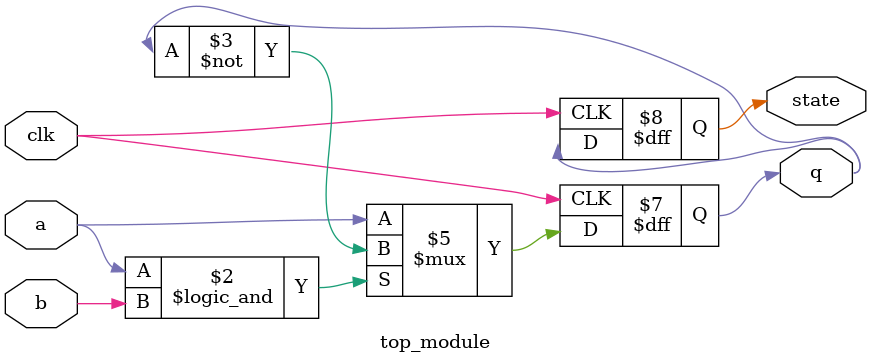
<source format=sv>
module top_module (
    input clk,
    input a,
    input b,
    output reg q,
    output reg state
);

always @(posedge clk) begin
    state <= q;
    
    // State transition logic
    if (a && b)
        q <= ~q;
    else
        q <= a;
end

endmodule

</source>
